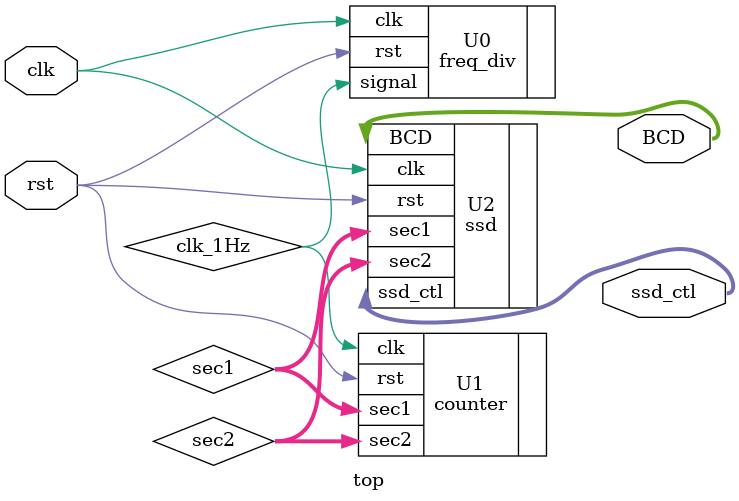
<source format=v>
`timescale 1ns / 1ps

module top(
    input clk,
    input rst,
    output [3:0] ssd_ctl,
    output [7:0] BCD
    );
    
wire clk_1Hz;
wire [3:0] sec1, sec2;

freq_div U0 (.clk(clk), .rst(rst), .signal(clk_1Hz));
counter U1 (.clk(clk_1Hz), .rst(rst), .sec1(sec1), .sec2(sec2));
ssd U2 (.clk(clk), .rst(rst), .sec1(sec1), .sec2(sec2), .ssd_ctl(ssd_ctl), .BCD(BCD));

endmodule

</source>
